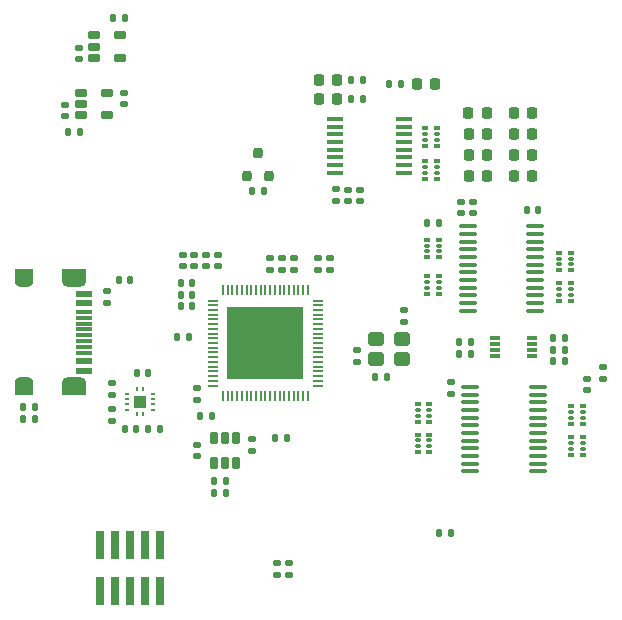
<source format=gbr>
%TF.GenerationSoftware,KiCad,Pcbnew,7.0.7*%
%TF.CreationDate,2024-05-31T12:22:19-07:00*%
%TF.ProjectId,Serberus,53657262-6572-4757-932e-6b696361645f,V2.2*%
%TF.SameCoordinates,Original*%
%TF.FileFunction,Paste,Top*%
%TF.FilePolarity,Positive*%
%FSLAX46Y46*%
G04 Gerber Fmt 4.6, Leading zero omitted, Abs format (unit mm)*
G04 Created by KiCad (PCBNEW 7.0.7) date 2024-05-31 12:22:19*
%MOMM*%
%LPD*%
G01*
G04 APERTURE LIST*
G04 Aperture macros list*
%AMRoundRect*
0 Rectangle with rounded corners*
0 $1 Rounding radius*
0 $2 $3 $4 $5 $6 $7 $8 $9 X,Y pos of 4 corners*
0 Add a 4 corners polygon primitive as box body*
4,1,4,$2,$3,$4,$5,$6,$7,$8,$9,$2,$3,0*
0 Add four circle primitives for the rounded corners*
1,1,$1+$1,$2,$3*
1,1,$1+$1,$4,$5*
1,1,$1+$1,$6,$7*
1,1,$1+$1,$8,$9*
0 Add four rect primitives between the rounded corners*
20,1,$1+$1,$2,$3,$4,$5,0*
20,1,$1+$1,$4,$5,$6,$7,0*
20,1,$1+$1,$6,$7,$8,$9,0*
20,1,$1+$1,$8,$9,$2,$3,0*%
G04 Aperture macros list end*
%ADD10RoundRect,0.135000X-0.185000X0.135000X-0.185000X-0.135000X0.185000X-0.135000X0.185000X0.135000X0*%
%ADD11RoundRect,0.135000X-0.135000X-0.185000X0.135000X-0.185000X0.135000X0.185000X-0.135000X0.185000X0*%
%ADD12RoundRect,0.140000X0.140000X0.170000X-0.140000X0.170000X-0.140000X-0.170000X0.140000X-0.170000X0*%
%ADD13RoundRect,0.140000X0.170000X-0.140000X0.170000X0.140000X-0.170000X0.140000X-0.170000X-0.140000X0*%
%ADD14RoundRect,0.100000X-0.150000X-0.100000X0.150000X-0.100000X0.150000X0.100000X-0.150000X0.100000X0*%
%ADD15RoundRect,0.075000X-0.175000X-0.075000X0.175000X-0.075000X0.175000X0.075000X-0.175000X0.075000X0*%
%ADD16RoundRect,0.140000X-0.170000X0.140000X-0.170000X-0.140000X0.170000X-0.140000X0.170000X0.140000X0*%
%ADD17R,0.850000X0.300000*%
%ADD18RoundRect,0.162500X0.162500X-0.367500X0.162500X0.367500X-0.162500X0.367500X-0.162500X-0.367500X0*%
%ADD19RoundRect,0.135000X0.135000X0.185000X-0.135000X0.185000X-0.135000X-0.185000X0.135000X-0.185000X0*%
%ADD20RoundRect,0.218750X-0.218750X-0.256250X0.218750X-0.256250X0.218750X0.256250X-0.218750X0.256250X0*%
%ADD21RoundRect,0.140000X-0.140000X-0.170000X0.140000X-0.170000X0.140000X0.170000X-0.140000X0.170000X0*%
%ADD22RoundRect,0.100000X0.150000X0.100000X-0.150000X0.100000X-0.150000X-0.100000X0.150000X-0.100000X0*%
%ADD23RoundRect,0.075000X0.175000X0.075000X-0.175000X0.075000X-0.175000X-0.075000X0.175000X-0.075000X0*%
%ADD24RoundRect,0.300000X-0.400000X-0.300000X0.400000X-0.300000X0.400000X0.300000X-0.400000X0.300000X0*%
%ADD25RoundRect,0.200000X0.200000X-0.250000X0.200000X0.250000X-0.200000X0.250000X-0.200000X-0.250000X0*%
%ADD26RoundRect,0.135000X0.185000X-0.135000X0.185000X0.135000X-0.185000X0.135000X-0.185000X-0.135000X0*%
%ADD27RoundRect,0.147500X-0.147500X-0.172500X0.147500X-0.172500X0.147500X0.172500X-0.147500X0.172500X0*%
%ADD28RoundRect,0.218750X0.218750X0.256250X-0.218750X0.256250X-0.218750X-0.256250X0.218750X-0.256250X0*%
%ADD29RoundRect,0.100000X-0.637500X-0.100000X0.637500X-0.100000X0.637500X0.100000X-0.637500X0.100000X0*%
%ADD30R,1.475000X0.450000*%
%ADD31RoundRect,0.162500X-0.367500X-0.162500X0.367500X-0.162500X0.367500X0.162500X-0.367500X0.162500X0*%
%ADD32R,2.100000X1.000000*%
%ADD33R,1.600000X1.000000*%
%ADD34O,2.100000X1.000000*%
%ADD35O,1.600000X1.000000*%
%ADD36R,1.450000X0.600000*%
%ADD37R,1.450000X0.300000*%
%ADD38RoundRect,0.147500X-0.172500X0.147500X-0.172500X-0.147500X0.172500X-0.147500X0.172500X0.147500X0*%
%ADD39R,0.200000X0.850000*%
%ADD40R,0.850000X0.200000*%
%ADD41R,6.560000X6.060000*%
%ADD42R,0.400000X0.250000*%
%ADD43R,0.250000X0.400000*%
%ADD44R,1.100000X1.100000*%
%ADD45RoundRect,0.185000X-0.185000X1.015000X-0.185000X-1.015000X0.185000X-1.015000X0.185000X1.015000X0*%
G04 APERTURE END LIST*
D10*
%TO.C,R17*%
X170600000Y-103090000D03*
X170600000Y-104110000D03*
%TD*%
D11*
%TO.C,R12*%
X136490000Y-107300000D03*
X137510000Y-107300000D03*
%TD*%
D12*
%TO.C,C5*%
X135795000Y-97000000D03*
X134835000Y-97000000D03*
%TD*%
D13*
%TO.C,C20*%
X158600000Y-90080000D03*
X158600000Y-89120000D03*
%TD*%
%TO.C,C3*%
X125000000Y-81880000D03*
X125000000Y-80920000D03*
%TD*%
D14*
%TO.C,RN6*%
X154900000Y-108850000D03*
D15*
X154900000Y-109350000D03*
X154900000Y-109850000D03*
D14*
X154900000Y-110350000D03*
X155900000Y-110350000D03*
D15*
X155900000Y-109850000D03*
X155900000Y-109350000D03*
D14*
X155900000Y-108850000D03*
%TD*%
D16*
%TO.C,C16*%
X137000000Y-93640000D03*
X137000000Y-94600000D03*
%TD*%
D17*
%TO.C,U7*%
X161450000Y-100700000D03*
X161450000Y-101200000D03*
X161450000Y-101700000D03*
X161450000Y-102200000D03*
X164600000Y-102200000D03*
X164600000Y-101700000D03*
X164600000Y-101200000D03*
X164600000Y-100700000D03*
%TD*%
D18*
%TO.C,U4*%
X137650000Y-111300000D03*
X138600000Y-111300000D03*
X139550000Y-111300000D03*
X139550000Y-109100000D03*
X138600000Y-109100000D03*
X137650000Y-109100000D03*
%TD*%
D19*
%TO.C,R26*%
X167335000Y-101650000D03*
X166315000Y-101650000D03*
%TD*%
D20*
%TO.C,D12*%
X163037500Y-83400000D03*
X164612500Y-83400000D03*
%TD*%
%TO.C,D13*%
X163025000Y-81600000D03*
X164600000Y-81600000D03*
%TD*%
D21*
%TO.C,C28*%
X130120000Y-108400000D03*
X131080000Y-108400000D03*
%TD*%
D10*
%TO.C,R21*%
X144000000Y-119734500D03*
X144000000Y-120754500D03*
%TD*%
D20*
%TO.C,D10*%
X163025000Y-87000000D03*
X164600000Y-87000000D03*
%TD*%
D22*
%TO.C,RN10*%
X156500000Y-84400000D03*
D23*
X156500000Y-83900000D03*
X156500000Y-83400000D03*
D22*
X156500000Y-82900000D03*
X155500000Y-82900000D03*
D23*
X155500000Y-83400000D03*
X155500000Y-83900000D03*
D22*
X155500000Y-84400000D03*
%TD*%
D14*
%TO.C,RN4*%
X166900000Y-96050000D03*
D15*
X166900000Y-96550000D03*
X166900000Y-97050000D03*
D14*
X166900000Y-97550000D03*
X167900000Y-97550000D03*
D15*
X167900000Y-97050000D03*
X167900000Y-96550000D03*
D14*
X167900000Y-96050000D03*
%TD*%
D19*
%TO.C,R5*%
X150310000Y-78800000D03*
X149290000Y-78800000D03*
%TD*%
D13*
%TO.C,C24*%
X153700000Y-99280000D03*
X153700000Y-98320000D03*
%TD*%
D24*
%TO.C,Y1*%
X151400000Y-102450000D03*
X153600000Y-102450000D03*
X153600000Y-100750000D03*
X151400000Y-100750000D03*
%TD*%
D19*
%TO.C,R3*%
X122510000Y-106500000D03*
X121490000Y-106500000D03*
%TD*%
D12*
%TO.C,C6*%
X135795000Y-96000000D03*
X134835000Y-96000000D03*
%TD*%
D13*
%TO.C,C11*%
X142400000Y-94880000D03*
X142400000Y-93920000D03*
%TD*%
D25*
%TO.C,Q1*%
X140450000Y-87000000D03*
X142350000Y-87000000D03*
X141400000Y-85000000D03*
%TD*%
D13*
%TO.C,C10*%
X146500000Y-94880000D03*
X146500000Y-93920000D03*
%TD*%
D19*
%TO.C,R24*%
X159410000Y-102050000D03*
X158390000Y-102050000D03*
%TD*%
D11*
%TO.C,R4*%
X152490000Y-79200000D03*
X153510000Y-79200000D03*
%TD*%
%TO.C,R10*%
X149290000Y-80400000D03*
X150310000Y-80400000D03*
%TD*%
D26*
%TO.C,R2*%
X136200000Y-105910000D03*
X136200000Y-104890000D03*
%TD*%
D16*
%TO.C,C4*%
X130000000Y-79920000D03*
X130000000Y-80880000D03*
%TD*%
D12*
%TO.C,C25*%
X122480000Y-107500000D03*
X121520000Y-107500000D03*
%TD*%
%TO.C,C2*%
X130080000Y-73600000D03*
X129120000Y-73600000D03*
%TD*%
D27*
%TO.C,FB1*%
X134830000Y-98000000D03*
X135800000Y-98000000D03*
%TD*%
D28*
%TO.C,D8*%
X160787500Y-83400000D03*
X159212500Y-83400000D03*
%TD*%
D14*
%TO.C,RN3*%
X166900000Y-93450000D03*
D15*
X166900000Y-93950000D03*
X166900000Y-94450000D03*
D14*
X166900000Y-94950000D03*
X167900000Y-94950000D03*
D15*
X167900000Y-94450000D03*
X167900000Y-93950000D03*
D14*
X167900000Y-93450000D03*
%TD*%
D19*
%TO.C,R16*%
X157710000Y-117200000D03*
X156690000Y-117200000D03*
%TD*%
D26*
%TO.C,R14*%
X140900000Y-110210000D03*
X140900000Y-109190000D03*
%TD*%
D16*
%TO.C,C17*%
X138000000Y-93640000D03*
X138000000Y-94600000D03*
%TD*%
D26*
%TO.C,R22*%
X149800000Y-102710000D03*
X149800000Y-101690000D03*
%TD*%
D29*
%TO.C,U6*%
X159337500Y-104825000D03*
X159337500Y-105475000D03*
X159337500Y-106125000D03*
X159337500Y-106775000D03*
X159337500Y-107425000D03*
X159337500Y-108075000D03*
X159337500Y-108725000D03*
X159337500Y-109375000D03*
X159337500Y-110025000D03*
X159337500Y-110675000D03*
X159337500Y-111325000D03*
X159337500Y-111975000D03*
X165062500Y-111975000D03*
X165062500Y-111325000D03*
X165062500Y-110675000D03*
X165062500Y-110025000D03*
X165062500Y-109375000D03*
X165062500Y-108725000D03*
X165062500Y-108075000D03*
X165062500Y-107425000D03*
X165062500Y-106775000D03*
X165062500Y-106125000D03*
X165062500Y-105475000D03*
X165062500Y-104825000D03*
%TD*%
D14*
%TO.C,RN2*%
X155700000Y-95450000D03*
D15*
X155700000Y-95950000D03*
X155700000Y-96450000D03*
D14*
X155700000Y-96950000D03*
X156700000Y-96950000D03*
D15*
X156700000Y-96450000D03*
X156700000Y-95950000D03*
D14*
X156700000Y-95450000D03*
%TD*%
D16*
%TO.C,C8*%
X150000000Y-88120000D03*
X150000000Y-89080000D03*
%TD*%
D14*
%TO.C,RN7*%
X167900000Y-106450000D03*
D15*
X167900000Y-106950000D03*
X167900000Y-107450000D03*
D14*
X167900000Y-107950000D03*
X168900000Y-107950000D03*
D15*
X168900000Y-107450000D03*
X168900000Y-106950000D03*
D14*
X168900000Y-106450000D03*
%TD*%
D11*
%TO.C,R1*%
X132090000Y-108400000D03*
X133110000Y-108400000D03*
%TD*%
D28*
%TO.C,D1*%
X156387500Y-79200000D03*
X154812500Y-79200000D03*
%TD*%
%TO.C,D9*%
X160775000Y-81600000D03*
X159200000Y-81600000D03*
%TD*%
D19*
%TO.C,R23*%
X159410000Y-101050000D03*
X158390000Y-101050000D03*
%TD*%
D12*
%TO.C,C22*%
X165080000Y-89800000D03*
X164120000Y-89800000D03*
%TD*%
D19*
%TO.C,R13*%
X138710000Y-112800000D03*
X137690000Y-112800000D03*
%TD*%
%TO.C,R25*%
X167335000Y-100650000D03*
X166315000Y-100650000D03*
%TD*%
D26*
%TO.C,R20*%
X143000000Y-120754500D03*
X143000000Y-119734500D03*
%TD*%
D30*
%TO.C,U9*%
X153738000Y-86675000D03*
X153738000Y-86025000D03*
X153738000Y-85375000D03*
X153738000Y-84725000D03*
X153738000Y-84075000D03*
X153738000Y-83425000D03*
X153738000Y-82775000D03*
X153738000Y-82125000D03*
X147862000Y-82125000D03*
X147862000Y-82775000D03*
X147862000Y-83425000D03*
X147862000Y-84075000D03*
X147862000Y-84725000D03*
X147862000Y-85375000D03*
X147862000Y-86025000D03*
X147862000Y-86675000D03*
%TD*%
D31*
%TO.C,U2*%
X126400000Y-79900000D03*
X126400000Y-80850000D03*
X126400000Y-81800000D03*
X128600000Y-81800000D03*
X128600000Y-79900000D03*
%TD*%
D26*
%TO.C,R19*%
X157700000Y-105410000D03*
X157700000Y-104390000D03*
%TD*%
D32*
%TO.C,J1*%
X125770000Y-95380000D03*
D33*
X121590000Y-95380000D03*
D34*
X125770000Y-95880000D03*
D35*
X121590000Y-95880000D03*
D34*
X125770000Y-104520000D03*
D35*
X121590000Y-104520000D03*
D32*
X125770000Y-105020000D03*
D33*
X121590000Y-105020000D03*
D36*
X126685000Y-96950000D03*
X126685000Y-97750000D03*
D37*
X126685000Y-98950000D03*
X126685000Y-99950000D03*
X126685000Y-100450000D03*
X126685000Y-101450000D03*
D36*
X126685000Y-102650000D03*
X126685000Y-103450000D03*
X126685000Y-103450000D03*
X126685000Y-102650000D03*
D37*
X126685000Y-101950000D03*
X126685000Y-100950000D03*
X126685000Y-99450000D03*
X126685000Y-98450000D03*
D36*
X126685000Y-97750000D03*
X126685000Y-96950000D03*
%TD*%
D38*
%TO.C,FB3*%
X128600000Y-96715000D03*
X128600000Y-97685000D03*
%TD*%
D13*
%TO.C,C19*%
X159600000Y-90080000D03*
X159600000Y-89120000D03*
%TD*%
D19*
%TO.C,R11*%
X141910000Y-88200000D03*
X140890000Y-88200000D03*
%TD*%
D13*
%TO.C,C29*%
X129000000Y-107680000D03*
X129000000Y-106720000D03*
%TD*%
D28*
%TO.C,D7*%
X160787500Y-85200000D03*
X159212500Y-85200000D03*
%TD*%
D20*
%TO.C,D11*%
X163037500Y-85200000D03*
X164612500Y-85200000D03*
%TD*%
D39*
%TO.C,U3*%
X138407467Y-105550757D03*
X138807467Y-105550757D03*
X139207467Y-105550757D03*
X139607467Y-105550757D03*
X140007467Y-105550757D03*
X140407467Y-105550757D03*
X140807467Y-105550757D03*
X141207467Y-105550757D03*
X141607467Y-105550757D03*
X142007467Y-105550757D03*
X142407467Y-105550757D03*
X142807467Y-105550757D03*
X143207467Y-105550757D03*
X143607467Y-105550757D03*
X144007467Y-105550757D03*
X144407467Y-105550757D03*
X144807467Y-105550757D03*
X145207467Y-105550757D03*
X145607467Y-105550757D03*
D40*
X146457467Y-104700757D03*
X146457467Y-104300757D03*
X146457467Y-103900757D03*
X146457467Y-103500757D03*
X146457467Y-103100757D03*
X146457467Y-102700757D03*
X146457467Y-102300757D03*
X146457467Y-101900757D03*
X146457467Y-101500757D03*
X146457467Y-101100757D03*
X146457467Y-100700757D03*
X146457467Y-100300757D03*
X146457467Y-99900757D03*
X146457467Y-99500757D03*
X146457467Y-99100757D03*
X146457467Y-98700757D03*
X146457467Y-98300757D03*
X146457467Y-97900757D03*
X146457467Y-97500757D03*
D39*
X145607467Y-96650757D03*
X145207467Y-96650757D03*
X144807467Y-96650757D03*
X144407467Y-96650757D03*
X144007467Y-96650757D03*
X143607467Y-96650757D03*
X143207467Y-96650757D03*
X142807467Y-96650757D03*
X142407467Y-96650757D03*
X142007467Y-96650757D03*
X141607467Y-96650757D03*
X141207467Y-96650757D03*
X140807467Y-96650757D03*
X140407467Y-96650757D03*
X140007467Y-96650757D03*
X139607467Y-96650757D03*
X139207467Y-96650757D03*
X138807467Y-96650757D03*
X138407467Y-96650757D03*
D40*
X137557467Y-97500757D03*
X137557467Y-97900757D03*
X137557467Y-98300757D03*
X137557467Y-98700757D03*
X137557467Y-99100757D03*
X137557467Y-99500757D03*
X137557467Y-99900757D03*
X137557467Y-100300757D03*
X137557467Y-100700757D03*
X137557467Y-101100757D03*
X137557467Y-101500757D03*
X137557467Y-101900757D03*
X137557467Y-102300757D03*
X137557467Y-102700757D03*
X137557467Y-103100757D03*
X137557467Y-103500757D03*
X137557467Y-103900757D03*
X137557467Y-104300757D03*
X137557467Y-104700757D03*
D41*
X142007467Y-101100757D03*
%TD*%
D42*
%TO.C,U8*%
X130300000Y-105400000D03*
X130300000Y-105850000D03*
X130300000Y-106300000D03*
X130300000Y-106750000D03*
D43*
X131175000Y-107125000D03*
X131625000Y-107125000D03*
D42*
X132500000Y-106750000D03*
X132500000Y-106300000D03*
X132500000Y-105850000D03*
X132500000Y-105400000D03*
D43*
X131625000Y-105025000D03*
X131175000Y-105025000D03*
D44*
X131400000Y-106075000D03*
%TD*%
D22*
%TO.C,RN9*%
X156500000Y-87200000D03*
D23*
X156500000Y-86700000D03*
X156500000Y-86200000D03*
D22*
X156500000Y-85700000D03*
X155500000Y-85700000D03*
D23*
X155500000Y-86200000D03*
X155500000Y-86700000D03*
D22*
X155500000Y-87200000D03*
%TD*%
D29*
%TO.C,U5*%
X159137500Y-91225000D03*
X159137500Y-91875000D03*
X159137500Y-92525000D03*
X159137500Y-93175000D03*
X159137500Y-93825000D03*
X159137500Y-94475000D03*
X159137500Y-95125000D03*
X159137500Y-95775000D03*
X159137500Y-96425000D03*
X159137500Y-97075000D03*
X159137500Y-97725000D03*
X159137500Y-98375000D03*
X164862500Y-98375000D03*
X164862500Y-97725000D03*
X164862500Y-97075000D03*
X164862500Y-96425000D03*
X164862500Y-95775000D03*
X164862500Y-95125000D03*
X164862500Y-94475000D03*
X164862500Y-93825000D03*
X164862500Y-93175000D03*
X164862500Y-92525000D03*
X164862500Y-91875000D03*
X164862500Y-91225000D03*
%TD*%
D28*
%TO.C,D6*%
X160787500Y-87000000D03*
X159212500Y-87000000D03*
%TD*%
D13*
%TO.C,C1*%
X126200000Y-77080000D03*
X126200000Y-76120000D03*
%TD*%
D14*
%TO.C,RN1*%
X155700000Y-92350000D03*
D15*
X155700000Y-92850000D03*
X155700000Y-93350000D03*
D14*
X155700000Y-93850000D03*
X156700000Y-93850000D03*
D15*
X156700000Y-93350000D03*
X156700000Y-92850000D03*
D14*
X156700000Y-92350000D03*
%TD*%
D26*
%TO.C,R28*%
X148000000Y-89110000D03*
X148000000Y-88090000D03*
%TD*%
D11*
%TO.C,R6*%
X134490000Y-100600000D03*
X135510000Y-100600000D03*
%TD*%
D16*
%TO.C,C21*%
X169200000Y-104120000D03*
X169200000Y-105080000D03*
%TD*%
D14*
%TO.C,RN5*%
X154900000Y-106250000D03*
D15*
X154900000Y-106750000D03*
X154900000Y-107250000D03*
D14*
X154900000Y-107750000D03*
X155900000Y-107750000D03*
D15*
X155900000Y-107250000D03*
X155900000Y-106750000D03*
D14*
X155900000Y-106250000D03*
%TD*%
D16*
%TO.C,C14*%
X135000000Y-93640000D03*
X135000000Y-94600000D03*
%TD*%
D21*
%TO.C,C27*%
X131120000Y-103600000D03*
X132080000Y-103600000D03*
%TD*%
D12*
%TO.C,C7*%
X126280000Y-83200000D03*
X125320000Y-83200000D03*
%TD*%
D13*
%TO.C,C9*%
X147500000Y-94880000D03*
X147500000Y-93920000D03*
%TD*%
D16*
%TO.C,C18*%
X136200000Y-109720000D03*
X136200000Y-110680000D03*
%TD*%
D21*
%TO.C,C26*%
X129600000Y-95800000D03*
X130560000Y-95800000D03*
%TD*%
D19*
%TO.C,R7*%
X143810000Y-109100000D03*
X142790000Y-109100000D03*
%TD*%
%TO.C,R15*%
X138710000Y-113800000D03*
X137690000Y-113800000D03*
%TD*%
%TO.C,R27*%
X167335000Y-102650000D03*
X166315000Y-102650000D03*
%TD*%
D13*
%TO.C,C12*%
X143400000Y-94880000D03*
X143400000Y-93920000D03*
%TD*%
D20*
%TO.C,D5*%
X146525000Y-80400500D03*
X148100000Y-80400500D03*
%TD*%
D16*
%TO.C,C31*%
X149000000Y-88120000D03*
X149000000Y-89080000D03*
%TD*%
D31*
%TO.C,U1*%
X127500000Y-75050000D03*
X127500000Y-76000000D03*
X127500000Y-76950000D03*
X129700000Y-76950000D03*
X129700000Y-75050000D03*
%TD*%
D20*
%TO.C,D2*%
X146525000Y-78800500D03*
X148100000Y-78800500D03*
%TD*%
D16*
%TO.C,C30*%
X129000000Y-104500000D03*
X129000000Y-105460000D03*
%TD*%
D45*
%TO.C,J6*%
X133055685Y-118200000D03*
X133055685Y-122100000D03*
X131785685Y-118200000D03*
X131785685Y-122100000D03*
X130515685Y-118200000D03*
X130515685Y-122100000D03*
X129245685Y-118200000D03*
X129245685Y-122100000D03*
X127975685Y-118200000D03*
X127975685Y-122100000D03*
%TD*%
D14*
%TO.C,RN8*%
X167900000Y-109050000D03*
D15*
X167900000Y-109550000D03*
X167900000Y-110050000D03*
D14*
X167900000Y-110550000D03*
X168900000Y-110550000D03*
D15*
X168900000Y-110050000D03*
X168900000Y-109550000D03*
D14*
X168900000Y-109050000D03*
%TD*%
D21*
%TO.C,C23*%
X151320000Y-104000000D03*
X152280000Y-104000000D03*
%TD*%
D16*
%TO.C,C15*%
X136000000Y-93640000D03*
X136000000Y-94600000D03*
%TD*%
D13*
%TO.C,C13*%
X144400000Y-94880000D03*
X144400000Y-93920000D03*
%TD*%
D11*
%TO.C,R18*%
X155690000Y-90900000D03*
X156710000Y-90900000D03*
%TD*%
M02*

</source>
